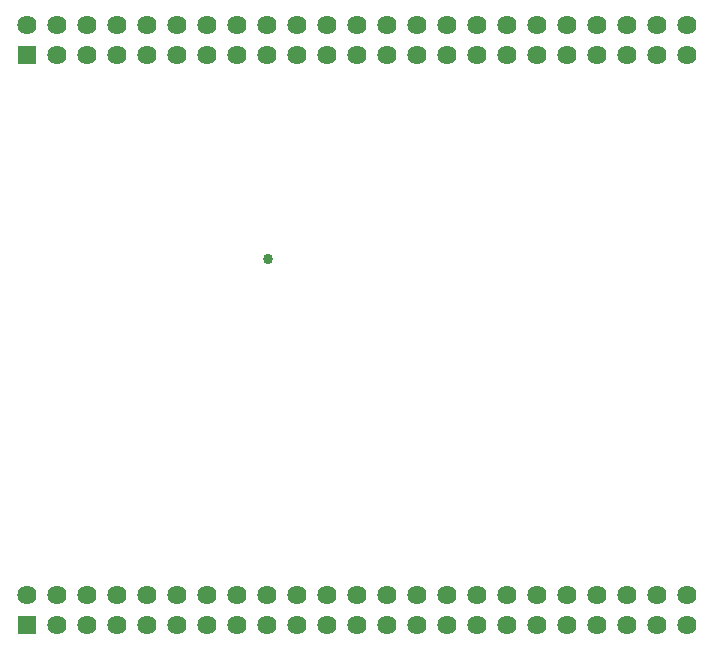
<source format=gbs>
G04 Layer_Color=16711935*
%FSLAX25Y25*%
%MOIN*%
G70*
G01*
G75*
%ADD31C,0.06400*%
%ADD32R,0.06400X0.06400*%
%ADD33C,0.03400*%
D31*
X89383Y19381D02*
D03*
Y9381D02*
D03*
X179383Y19381D02*
D03*
X189383Y9381D02*
D03*
X179383D02*
D03*
X289383D02*
D03*
X299383Y19381D02*
D03*
X259383Y9381D02*
D03*
X189383Y19381D02*
D03*
X199383Y9381D02*
D03*
X169383Y19381D02*
D03*
X99383D02*
D03*
Y9381D02*
D03*
X229383Y19381D02*
D03*
Y9381D02*
D03*
X239383D02*
D03*
X249383D02*
D03*
X239383Y19381D02*
D03*
X249383D02*
D03*
X259383D02*
D03*
X269383D02*
D03*
Y9381D02*
D03*
X279383Y19381D02*
D03*
Y9381D02*
D03*
X289383Y19381D02*
D03*
X299383Y9381D02*
D03*
X219383Y19381D02*
D03*
Y9381D02*
D03*
X209383D02*
D03*
Y19381D02*
D03*
X119383D02*
D03*
X109383D02*
D03*
Y9381D02*
D03*
X119383D02*
D03*
X199383Y19381D02*
D03*
X159383D02*
D03*
X139383Y9381D02*
D03*
X169383D02*
D03*
X129383Y19381D02*
D03*
X139383D02*
D03*
X129383Y9381D02*
D03*
X149383D02*
D03*
Y19381D02*
D03*
X159383Y9381D02*
D03*
X79383Y19381D02*
D03*
X89383Y209381D02*
D03*
Y199381D02*
D03*
X179383Y209381D02*
D03*
X189383Y199381D02*
D03*
X179383D02*
D03*
X289383D02*
D03*
X299383Y209381D02*
D03*
X259383Y199381D02*
D03*
X189383Y209381D02*
D03*
X199383Y199381D02*
D03*
X169383Y209381D02*
D03*
X99383D02*
D03*
Y199381D02*
D03*
X229383Y209381D02*
D03*
Y199381D02*
D03*
X239383D02*
D03*
X249383D02*
D03*
X239383Y209381D02*
D03*
X249383D02*
D03*
X259383D02*
D03*
X269383D02*
D03*
Y199381D02*
D03*
X279383Y209381D02*
D03*
Y199381D02*
D03*
X289383Y209381D02*
D03*
X299383Y199381D02*
D03*
X219383Y209381D02*
D03*
Y199381D02*
D03*
X209383D02*
D03*
Y209381D02*
D03*
X119383D02*
D03*
X109383D02*
D03*
Y199381D02*
D03*
X119383D02*
D03*
X199383Y209381D02*
D03*
X159383D02*
D03*
X139383Y199381D02*
D03*
X169383D02*
D03*
X129383Y209381D02*
D03*
X139383D02*
D03*
X129383Y199381D02*
D03*
X149383D02*
D03*
Y209381D02*
D03*
X159383Y199381D02*
D03*
X79383Y209381D02*
D03*
D32*
Y9381D02*
D03*
Y199381D02*
D03*
D33*
X160000Y131500D02*
D03*
M02*

</source>
